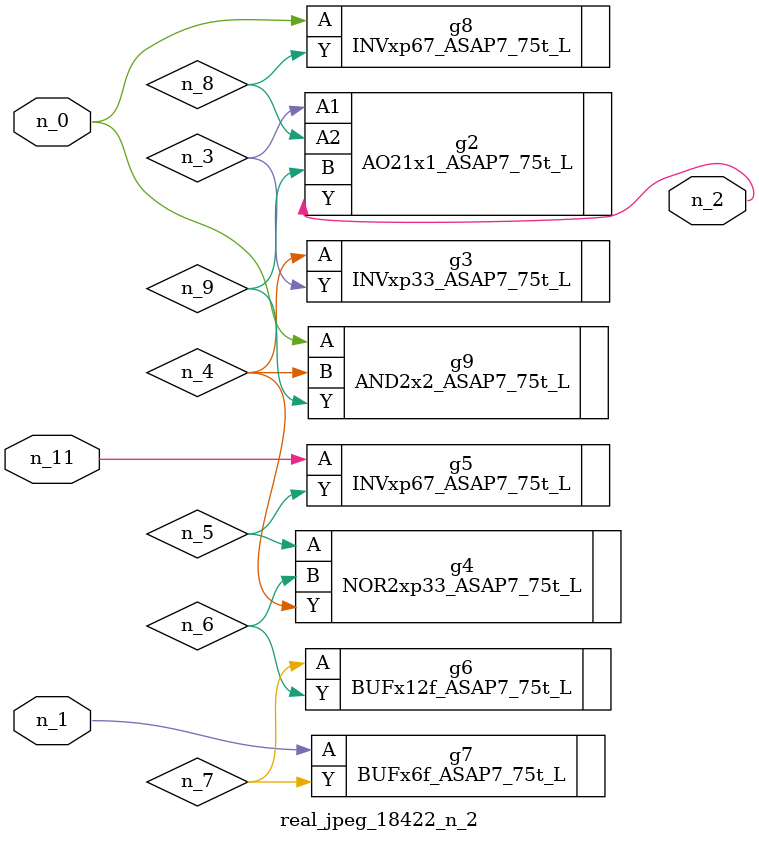
<source format=v>
module real_jpeg_18422_n_2 (n_1, n_11, n_0, n_2);

input n_1;
input n_11;
input n_0;

output n_2;

wire n_5;
wire n_8;
wire n_4;
wire n_6;
wire n_7;
wire n_3;
wire n_9;

INVxp67_ASAP7_75t_L g8 ( 
.A(n_0),
.Y(n_8)
);

AND2x2_ASAP7_75t_L g9 ( 
.A(n_0),
.B(n_4),
.Y(n_9)
);

BUFx6f_ASAP7_75t_L g7 ( 
.A(n_1),
.Y(n_7)
);

AO21x1_ASAP7_75t_L g2 ( 
.A1(n_3),
.A2(n_8),
.B(n_9),
.Y(n_2)
);

INVxp33_ASAP7_75t_L g3 ( 
.A(n_4),
.Y(n_3)
);

NOR2xp33_ASAP7_75t_L g4 ( 
.A(n_5),
.B(n_6),
.Y(n_4)
);

BUFx12f_ASAP7_75t_L g6 ( 
.A(n_7),
.Y(n_6)
);

INVxp67_ASAP7_75t_L g5 ( 
.A(n_11),
.Y(n_5)
);


endmodule
</source>
